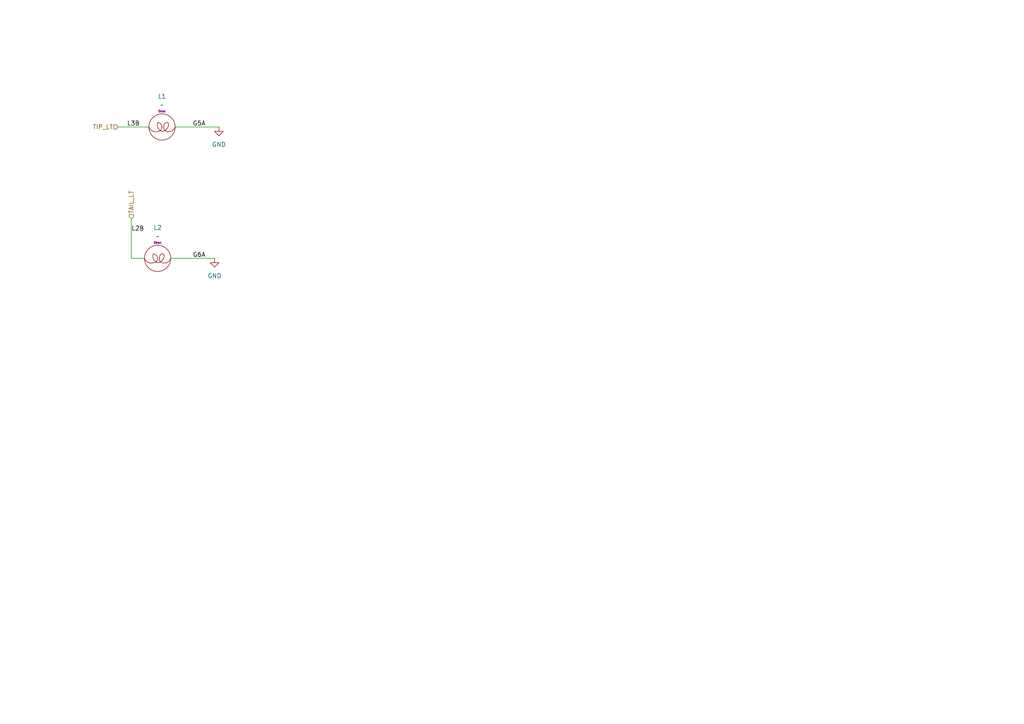
<source format=kicad_sch>
(kicad_sch
	(version 20250114)
	(generator "eeschema")
	(generator_version "9.0")
	(uuid "cd5462f2-2a6d-43f1-8271-0155b5ca7a3f")
	(paper "A4")
	(lib_symbols
		(symbol "AeroElectricConnectionSymbols:Lamp"
			(pin_numbers
				(hide yes)
			)
			(pin_names
				(hide yes)
			)
			(exclude_from_sim no)
			(in_bom yes)
			(on_board yes)
			(property "Reference" "L"
				(at 0 6.096 0)
				(effects
					(font
						(size 1.27 1.27)
					)
				)
			)
			(property "Value" ""
				(at 0 0 90)
				(effects
					(font
						(size 1.27 1.27)
					)
				)
			)
			(property "Footprint" ""
				(at 0 0 90)
				(effects
					(font
						(size 1.27 1.27)
					)
					(hide yes)
				)
			)
			(property "Datasheet" ""
				(at 0 0 90)
				(effects
					(font
						(size 1.27 1.27)
					)
					(hide yes)
				)
			)
			(property "Description" "Desc"
				(at 0 4.572 0)
				(do_not_autoplace)
				(effects
					(font
						(size 0.635 0.635)
					)
				)
			)
			(symbol "Lamp_0_1"
				(arc
					(start -1.27 -1.27)
					(mid -2.803 -1.1611)
					(end -3.81 0)
					(stroke
						(width 0)
						(type default)
					)
					(fill
						(type none)
					)
				)
				(arc
					(start 0 0)
					(mid -0.372 -0.898)
					(end -1.27 -1.27)
					(stroke
						(width 0)
						(type default)
					)
					(fill
						(type none)
					)
				)
				(arc
					(start -1.27 1.27)
					(mid -0.372 0.898)
					(end 0 0)
					(stroke
						(width 0)
						(type default)
					)
					(fill
						(type none)
					)
				)
				(arc
					(start 1.8758 0.9538)
					(mid 1.3985 -0.5466)
					(end 0 -1.27)
					(stroke
						(width 0)
						(type default)
					)
					(fill
						(type none)
					)
				)
				(circle
					(center 0 0)
					(radius 3.81)
					(stroke
						(width 0)
						(type default)
					)
					(fill
						(type none)
					)
				)
				(arc
					(start 0 -1.27)
					(mid -1.1611 -0.263)
					(end -1.27 1.27)
					(stroke
						(width 0)
						(type default)
					)
					(fill
						(type none)
					)
				)
				(arc
					(start 1.3671 1.3353)
					(mid 1.6919 1.2279)
					(end 1.844 0.922)
					(stroke
						(width 0)
						(type default)
					)
					(fill
						(type none)
					)
				)
				(arc
					(start 0.5722 0.1271)
					(mid 0.6847 0.8428)
					(end 1.27 1.27)
					(stroke
						(width 0)
						(type default)
					)
					(fill
						(type none)
					)
				)
				(arc
					(start 1.27 -1.27)
					(mid 0.6002 -0.7291)
					(end 0.5086 0.1271)
					(stroke
						(width 0)
						(type default)
					)
					(fill
						(type none)
					)
				)
				(arc
					(start 3.81 0)
					(mid 2.803 -1.1611)
					(end 1.27 -1.27)
					(stroke
						(width 0)
						(type default)
					)
					(fill
						(type none)
					)
				)
			)
			(symbol "Lamp_1_1"
				(pin passive line
					(at -3.81 0 0)
					(length 0)
					(name "In"
						(effects
							(font
								(size 1.27 1.27)
							)
						)
					)
					(number "1"
						(effects
							(font
								(size 1.27 1.27)
							)
						)
					)
				)
				(pin passive line
					(at 3.81 0 180)
					(length 0)
					(name "Out"
						(effects
							(font
								(size 1.27 1.27)
							)
						)
					)
					(number "2"
						(effects
							(font
								(size 1.27 1.27)
							)
						)
					)
				)
			)
			(embedded_fonts no)
		)
		(symbol "power:GND"
			(power)
			(pin_numbers
				(hide yes)
			)
			(pin_names
				(offset 0)
				(hide yes)
			)
			(exclude_from_sim no)
			(in_bom yes)
			(on_board yes)
			(property "Reference" "#PWR"
				(at 0 -6.35 0)
				(effects
					(font
						(size 1.27 1.27)
					)
					(hide yes)
				)
			)
			(property "Value" "GND"
				(at 0 -3.81 0)
				(effects
					(font
						(size 1.27 1.27)
					)
				)
			)
			(property "Footprint" ""
				(at 0 0 0)
				(effects
					(font
						(size 1.27 1.27)
					)
					(hide yes)
				)
			)
			(property "Datasheet" ""
				(at 0 0 0)
				(effects
					(font
						(size 1.27 1.27)
					)
					(hide yes)
				)
			)
			(property "Description" "Power symbol creates a global label with name \"GND\" , ground"
				(at 0 0 0)
				(effects
					(font
						(size 1.27 1.27)
					)
					(hide yes)
				)
			)
			(property "ki_keywords" "global power"
				(at 0 0 0)
				(effects
					(font
						(size 1.27 1.27)
					)
					(hide yes)
				)
			)
			(symbol "GND_0_1"
				(polyline
					(pts
						(xy 0 0) (xy 0 -1.27) (xy 1.27 -1.27) (xy 0 -2.54) (xy -1.27 -1.27) (xy 0 -1.27)
					)
					(stroke
						(width 0)
						(type default)
					)
					(fill
						(type none)
					)
				)
			)
			(symbol "GND_1_1"
				(pin power_in line
					(at 0 0 270)
					(length 0)
					(name "~"
						(effects
							(font
								(size 1.27 1.27)
							)
						)
					)
					(number "1"
						(effects
							(font
								(size 1.27 1.27)
							)
						)
					)
				)
			)
			(embedded_fonts no)
		)
	)
	(wire
		(pts
			(xy 38.1 74.93) (xy 41.91 74.93)
		)
		(stroke
			(width 0)
			(type default)
		)
		(uuid "1035fb76-1728-4551-8493-b1c932b0b476")
	)
	(wire
		(pts
			(xy 38.1 63.5) (xy 38.1 74.93)
		)
		(stroke
			(width 0)
			(type default)
		)
		(uuid "285f94d3-4c18-4cb0-9c1f-b1b8250eb5e4")
	)
	(wire
		(pts
			(xy 34.29 36.83) (xy 43.18 36.83)
		)
		(stroke
			(width 0)
			(type default)
		)
		(uuid "38c069e9-1a8a-4319-ab82-886a1016df0b")
	)
	(wire
		(pts
			(xy 49.53 74.93) (xy 62.23 74.93)
		)
		(stroke
			(width 0)
			(type default)
		)
		(uuid "48de5f07-c662-4048-9291-25367bb4caf4")
	)
	(wire
		(pts
			(xy 50.8 36.83) (xy 63.5 36.83)
		)
		(stroke
			(width 0)
			(type default)
		)
		(uuid "aabcb62a-e41e-4227-a902-272267e8d4cb")
	)
	(label "G6A"
		(at 55.88 74.93 0)
		(effects
			(font
				(size 1.27 1.27)
			)
			(justify left bottom)
		)
		(uuid "517a6d13-352f-4c59-92c7-171a12d8655e")
	)
	(label "L3B"
		(at 36.83 36.83 0)
		(effects
			(font
				(size 1.27 1.27)
			)
			(justify left bottom)
		)
		(uuid "9c57ebbb-3a0d-42f3-b6cd-f32a88f34f5a")
	)
	(label "G5A"
		(at 55.88 36.83 0)
		(effects
			(font
				(size 1.27 1.27)
			)
			(justify left bottom)
		)
		(uuid "ddab793d-c621-45f1-b1fd-69edbb6da03d")
	)
	(label "L2B"
		(at 38.1 67.31 0)
		(effects
			(font
				(size 1.27 1.27)
			)
			(justify left bottom)
		)
		(uuid "de7d185e-fae3-4dbe-a5fd-06f813c2e788")
	)
	(hierarchical_label "TIP_LT"
		(shape input)
		(at 34.29 36.83 180)
		(effects
			(font
				(size 1.27 1.27)
			)
			(justify right)
		)
		(uuid "58f9e7b1-592e-49e1-8079-4f774bb99141")
	)
	(hierarchical_label "TAIL_LT"
		(shape input)
		(at 38.1 63.5 90)
		(effects
			(font
				(size 1.27 1.27)
			)
			(justify left)
		)
		(uuid "7ba01a4c-b41f-4cbc-90e0-18474f5b5f99")
	)
	(symbol
		(lib_id "AeroElectricConnectionSymbols:Lamp")
		(at 45.72 74.93 0)
		(unit 1)
		(exclude_from_sim no)
		(in_bom yes)
		(on_board yes)
		(dnp no)
		(fields_autoplaced yes)
		(uuid "413ef4e2-6a77-4870-8d95-5bf85cf76d39")
		(property "Reference" "L2"
			(at 45.72 66.04 0)
			(effects
				(font
					(size 1.27 1.27)
				)
			)
		)
		(property "Value" "~"
			(at 45.72 68.58 0)
			(effects
				(font
					(size 1.27 1.27)
				)
			)
		)
		(property "Footprint" ""
			(at 45.72 74.93 90)
			(effects
				(font
					(size 1.27 1.27)
				)
				(hide yes)
			)
		)
		(property "Datasheet" ""
			(at 45.72 74.93 90)
			(effects
				(font
					(size 1.27 1.27)
				)
				(hide yes)
			)
		)
		(property "Description" "Desc"
			(at 45.72 70.358 0)
			(do_not_autoplace yes)
			(effects
				(font
					(size 0.635 0.635)
				)
			)
		)
		(property "CInfo" "|(0,0,-100)L2.4"
			(at 45.72 74.93 0)
			(effects
				(font
					(size 1.27 1.27)
				)
				(hide yes)
			)
		)
		(pin "1"
			(uuid "eee0995e-32cd-47d5-a996-bd938c743850")
		)
		(pin "2"
			(uuid "3436a5e8-0535-40e9-bbc6-98e23c410def")
		)
		(instances
			(project ""
				(path "/6f32b1c6-d0dc-4a69-b565-c121d7833096/b1093350-cedd-46df-81c4-dadfdf2715f8"
					(reference "L2")
					(unit 1)
				)
			)
		)
	)
	(symbol
		(lib_id "power:GND")
		(at 62.23 74.93 0)
		(unit 1)
		(exclude_from_sim no)
		(in_bom yes)
		(on_board yes)
		(dnp no)
		(fields_autoplaced yes)
		(uuid "75bd43a0-cde4-4aec-8253-55f7be8def33")
		(property "Reference" "#PWR02"
			(at 62.23 81.28 0)
			(effects
				(font
					(size 1.27 1.27)
				)
				(hide yes)
			)
		)
		(property "Value" "GND"
			(at 62.23 80.01 0)
			(effects
				(font
					(size 1.27 1.27)
				)
			)
		)
		(property "Footprint" ""
			(at 62.23 74.93 0)
			(effects
				(font
					(size 1.27 1.27)
				)
				(hide yes)
			)
		)
		(property "Datasheet" ""
			(at 62.23 74.93 0)
			(effects
				(font
					(size 1.27 1.27)
				)
				(hide yes)
			)
		)
		(property "Description" "Power symbol creates a global label with name \"GND\" , ground"
			(at 62.23 74.93 0)
			(effects
				(font
					(size 1.27 1.27)
				)
				(hide yes)
			)
		)
		(property "CInfo" "|(0,0,10)G"
			(at 62.23 74.93 0)
			(effects
				(font
					(size 1.27 1.27)
				)
				(hide yes)
			)
		)
		(pin "1"
			(uuid "0cceed1b-f4eb-429f-ab08-88f98d4d81fa")
		)
		(instances
			(project ""
				(path "/6f32b1c6-d0dc-4a69-b565-c121d7833096/b1093350-cedd-46df-81c4-dadfdf2715f8"
					(reference "#PWR02")
					(unit 1)
				)
			)
		)
	)
	(symbol
		(lib_id "AeroElectricConnectionSymbols:Lamp")
		(at 46.99 36.83 0)
		(unit 1)
		(exclude_from_sim no)
		(in_bom yes)
		(on_board yes)
		(dnp no)
		(fields_autoplaced yes)
		(uuid "9488b9c9-a543-4ea2-a336-46c967bdf336")
		(property "Reference" "L1"
			(at 46.99 27.94 0)
			(effects
				(font
					(size 1.27 1.27)
				)
			)
		)
		(property "Value" "~"
			(at 46.99 30.48 0)
			(effects
				(font
					(size 1.27 1.27)
				)
			)
		)
		(property "Footprint" ""
			(at 46.99 36.83 90)
			(effects
				(font
					(size 1.27 1.27)
				)
				(hide yes)
			)
		)
		(property "Datasheet" ""
			(at 46.99 36.83 90)
			(effects
				(font
					(size 1.27 1.27)
				)
				(hide yes)
			)
		)
		(property "Description" "Desc"
			(at 46.99 32.258 0)
			(do_not_autoplace yes)
			(effects
				(font
					(size 0.635 0.635)
				)
			)
		)
		(property "CInfo" "|(0,0,100)L2.4"
			(at 46.99 36.83 0)
			(effects
				(font
					(size 1.27 1.27)
				)
				(hide yes)
			)
		)
		(pin "2"
			(uuid "e05e75e4-dfc6-4f17-b302-720d90d85083")
		)
		(pin "1"
			(uuid "9e1494d2-563c-4ba1-8e17-71f5bf8b1e35")
		)
		(instances
			(project "test_06_fixture"
				(path "/6f32b1c6-d0dc-4a69-b565-c121d7833096/b1093350-cedd-46df-81c4-dadfdf2715f8"
					(reference "L1")
					(unit 1)
				)
			)
		)
	)
	(symbol
		(lib_id "power:GND")
		(at 63.5 36.83 0)
		(unit 1)
		(exclude_from_sim no)
		(in_bom yes)
		(on_board yes)
		(dnp no)
		(fields_autoplaced yes)
		(uuid "bc29e97f-c008-4647-b46e-902b4f310738")
		(property "Reference" "#PWR01"
			(at 63.5 43.18 0)
			(effects
				(font
					(size 1.27 1.27)
				)
				(hide yes)
			)
		)
		(property "Value" "GND"
			(at 63.5 41.91 0)
			(effects
				(font
					(size 1.27 1.27)
				)
			)
		)
		(property "Footprint" ""
			(at 63.5 36.83 0)
			(effects
				(font
					(size 1.27 1.27)
				)
				(hide yes)
			)
		)
		(property "Datasheet" ""
			(at 63.5 36.83 0)
			(effects
				(font
					(size 1.27 1.27)
				)
				(hide yes)
			)
		)
		(property "Description" "Power symbol creates a global label with name \"GND\" , ground"
			(at 63.5 36.83 0)
			(effects
				(font
					(size 1.27 1.27)
				)
				(hide yes)
			)
		)
		(property "CInfo" "|(0,0,10)G"
			(at 63.5 36.83 0)
			(effects
				(font
					(size 1.27 1.27)
				)
				(hide yes)
			)
		)
		(pin "1"
			(uuid "fe2a8966-f8fe-4548-9eac-0a5fb183e15e")
		)
		(instances
			(project ""
				(path "/6f32b1c6-d0dc-4a69-b565-c121d7833096/b1093350-cedd-46df-81c4-dadfdf2715f8"
					(reference "#PWR01")
					(unit 1)
				)
			)
		)
	)
)

</source>
